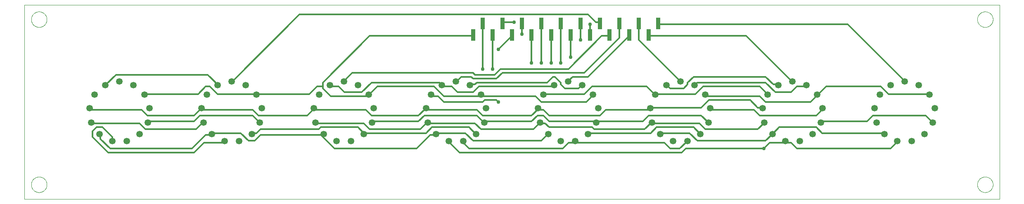
<source format=gbl>
G75*
%MOIN*%
%OFA0B0*%
%FSLAX25Y25*%
%IPPOS*%
%LPD*%
%AMOC8*
5,1,8,0,0,1.08239X$1,22.5*
%
%ADD10C,0.00000*%
%ADD11C,0.05307*%
%ADD12R,0.03346X0.09252*%
%ADD13C,0.01181*%
%ADD14C,0.02978*%
D10*
X0001000Y0001000D02*
X0001000Y0158480D01*
X0788402Y0158480D01*
X0788402Y0001000D01*
X0001000Y0001000D01*
X0006512Y0012811D02*
X0006514Y0012969D01*
X0006520Y0013127D01*
X0006530Y0013285D01*
X0006544Y0013443D01*
X0006562Y0013600D01*
X0006583Y0013757D01*
X0006609Y0013913D01*
X0006639Y0014069D01*
X0006672Y0014224D01*
X0006710Y0014377D01*
X0006751Y0014530D01*
X0006796Y0014682D01*
X0006845Y0014833D01*
X0006898Y0014982D01*
X0006954Y0015130D01*
X0007014Y0015276D01*
X0007078Y0015421D01*
X0007146Y0015564D01*
X0007217Y0015706D01*
X0007291Y0015846D01*
X0007369Y0015983D01*
X0007451Y0016119D01*
X0007535Y0016253D01*
X0007624Y0016384D01*
X0007715Y0016513D01*
X0007810Y0016640D01*
X0007907Y0016765D01*
X0008008Y0016887D01*
X0008112Y0017006D01*
X0008219Y0017123D01*
X0008329Y0017237D01*
X0008442Y0017348D01*
X0008557Y0017457D01*
X0008675Y0017562D01*
X0008796Y0017664D01*
X0008919Y0017764D01*
X0009045Y0017860D01*
X0009173Y0017953D01*
X0009303Y0018043D01*
X0009436Y0018129D01*
X0009571Y0018213D01*
X0009707Y0018292D01*
X0009846Y0018369D01*
X0009987Y0018441D01*
X0010129Y0018511D01*
X0010273Y0018576D01*
X0010419Y0018638D01*
X0010566Y0018696D01*
X0010715Y0018751D01*
X0010865Y0018802D01*
X0011016Y0018849D01*
X0011168Y0018892D01*
X0011321Y0018931D01*
X0011476Y0018967D01*
X0011631Y0018998D01*
X0011787Y0019026D01*
X0011943Y0019050D01*
X0012100Y0019070D01*
X0012258Y0019086D01*
X0012415Y0019098D01*
X0012574Y0019106D01*
X0012732Y0019110D01*
X0012890Y0019110D01*
X0013048Y0019106D01*
X0013207Y0019098D01*
X0013364Y0019086D01*
X0013522Y0019070D01*
X0013679Y0019050D01*
X0013835Y0019026D01*
X0013991Y0018998D01*
X0014146Y0018967D01*
X0014301Y0018931D01*
X0014454Y0018892D01*
X0014606Y0018849D01*
X0014757Y0018802D01*
X0014907Y0018751D01*
X0015056Y0018696D01*
X0015203Y0018638D01*
X0015349Y0018576D01*
X0015493Y0018511D01*
X0015635Y0018441D01*
X0015776Y0018369D01*
X0015915Y0018292D01*
X0016051Y0018213D01*
X0016186Y0018129D01*
X0016319Y0018043D01*
X0016449Y0017953D01*
X0016577Y0017860D01*
X0016703Y0017764D01*
X0016826Y0017664D01*
X0016947Y0017562D01*
X0017065Y0017457D01*
X0017180Y0017348D01*
X0017293Y0017237D01*
X0017403Y0017123D01*
X0017510Y0017006D01*
X0017614Y0016887D01*
X0017715Y0016765D01*
X0017812Y0016640D01*
X0017907Y0016513D01*
X0017998Y0016384D01*
X0018087Y0016253D01*
X0018171Y0016119D01*
X0018253Y0015983D01*
X0018331Y0015846D01*
X0018405Y0015706D01*
X0018476Y0015564D01*
X0018544Y0015421D01*
X0018608Y0015276D01*
X0018668Y0015130D01*
X0018724Y0014982D01*
X0018777Y0014833D01*
X0018826Y0014682D01*
X0018871Y0014530D01*
X0018912Y0014377D01*
X0018950Y0014224D01*
X0018983Y0014069D01*
X0019013Y0013913D01*
X0019039Y0013757D01*
X0019060Y0013600D01*
X0019078Y0013443D01*
X0019092Y0013285D01*
X0019102Y0013127D01*
X0019108Y0012969D01*
X0019110Y0012811D01*
X0019108Y0012653D01*
X0019102Y0012495D01*
X0019092Y0012337D01*
X0019078Y0012179D01*
X0019060Y0012022D01*
X0019039Y0011865D01*
X0019013Y0011709D01*
X0018983Y0011553D01*
X0018950Y0011398D01*
X0018912Y0011245D01*
X0018871Y0011092D01*
X0018826Y0010940D01*
X0018777Y0010789D01*
X0018724Y0010640D01*
X0018668Y0010492D01*
X0018608Y0010346D01*
X0018544Y0010201D01*
X0018476Y0010058D01*
X0018405Y0009916D01*
X0018331Y0009776D01*
X0018253Y0009639D01*
X0018171Y0009503D01*
X0018087Y0009369D01*
X0017998Y0009238D01*
X0017907Y0009109D01*
X0017812Y0008982D01*
X0017715Y0008857D01*
X0017614Y0008735D01*
X0017510Y0008616D01*
X0017403Y0008499D01*
X0017293Y0008385D01*
X0017180Y0008274D01*
X0017065Y0008165D01*
X0016947Y0008060D01*
X0016826Y0007958D01*
X0016703Y0007858D01*
X0016577Y0007762D01*
X0016449Y0007669D01*
X0016319Y0007579D01*
X0016186Y0007493D01*
X0016051Y0007409D01*
X0015915Y0007330D01*
X0015776Y0007253D01*
X0015635Y0007181D01*
X0015493Y0007111D01*
X0015349Y0007046D01*
X0015203Y0006984D01*
X0015056Y0006926D01*
X0014907Y0006871D01*
X0014757Y0006820D01*
X0014606Y0006773D01*
X0014454Y0006730D01*
X0014301Y0006691D01*
X0014146Y0006655D01*
X0013991Y0006624D01*
X0013835Y0006596D01*
X0013679Y0006572D01*
X0013522Y0006552D01*
X0013364Y0006536D01*
X0013207Y0006524D01*
X0013048Y0006516D01*
X0012890Y0006512D01*
X0012732Y0006512D01*
X0012574Y0006516D01*
X0012415Y0006524D01*
X0012258Y0006536D01*
X0012100Y0006552D01*
X0011943Y0006572D01*
X0011787Y0006596D01*
X0011631Y0006624D01*
X0011476Y0006655D01*
X0011321Y0006691D01*
X0011168Y0006730D01*
X0011016Y0006773D01*
X0010865Y0006820D01*
X0010715Y0006871D01*
X0010566Y0006926D01*
X0010419Y0006984D01*
X0010273Y0007046D01*
X0010129Y0007111D01*
X0009987Y0007181D01*
X0009846Y0007253D01*
X0009707Y0007330D01*
X0009571Y0007409D01*
X0009436Y0007493D01*
X0009303Y0007579D01*
X0009173Y0007669D01*
X0009045Y0007762D01*
X0008919Y0007858D01*
X0008796Y0007958D01*
X0008675Y0008060D01*
X0008557Y0008165D01*
X0008442Y0008274D01*
X0008329Y0008385D01*
X0008219Y0008499D01*
X0008112Y0008616D01*
X0008008Y0008735D01*
X0007907Y0008857D01*
X0007810Y0008982D01*
X0007715Y0009109D01*
X0007624Y0009238D01*
X0007535Y0009369D01*
X0007451Y0009503D01*
X0007369Y0009639D01*
X0007291Y0009776D01*
X0007217Y0009916D01*
X0007146Y0010058D01*
X0007078Y0010201D01*
X0007014Y0010346D01*
X0006954Y0010492D01*
X0006898Y0010640D01*
X0006845Y0010789D01*
X0006796Y0010940D01*
X0006751Y0011092D01*
X0006710Y0011245D01*
X0006672Y0011398D01*
X0006639Y0011553D01*
X0006609Y0011709D01*
X0006583Y0011865D01*
X0006562Y0012022D01*
X0006544Y0012179D01*
X0006530Y0012337D01*
X0006520Y0012495D01*
X0006514Y0012653D01*
X0006512Y0012811D01*
X0006512Y0146669D02*
X0006514Y0146827D01*
X0006520Y0146985D01*
X0006530Y0147143D01*
X0006544Y0147301D01*
X0006562Y0147458D01*
X0006583Y0147615D01*
X0006609Y0147771D01*
X0006639Y0147927D01*
X0006672Y0148082D01*
X0006710Y0148235D01*
X0006751Y0148388D01*
X0006796Y0148540D01*
X0006845Y0148691D01*
X0006898Y0148840D01*
X0006954Y0148988D01*
X0007014Y0149134D01*
X0007078Y0149279D01*
X0007146Y0149422D01*
X0007217Y0149564D01*
X0007291Y0149704D01*
X0007369Y0149841D01*
X0007451Y0149977D01*
X0007535Y0150111D01*
X0007624Y0150242D01*
X0007715Y0150371D01*
X0007810Y0150498D01*
X0007907Y0150623D01*
X0008008Y0150745D01*
X0008112Y0150864D01*
X0008219Y0150981D01*
X0008329Y0151095D01*
X0008442Y0151206D01*
X0008557Y0151315D01*
X0008675Y0151420D01*
X0008796Y0151522D01*
X0008919Y0151622D01*
X0009045Y0151718D01*
X0009173Y0151811D01*
X0009303Y0151901D01*
X0009436Y0151987D01*
X0009571Y0152071D01*
X0009707Y0152150D01*
X0009846Y0152227D01*
X0009987Y0152299D01*
X0010129Y0152369D01*
X0010273Y0152434D01*
X0010419Y0152496D01*
X0010566Y0152554D01*
X0010715Y0152609D01*
X0010865Y0152660D01*
X0011016Y0152707D01*
X0011168Y0152750D01*
X0011321Y0152789D01*
X0011476Y0152825D01*
X0011631Y0152856D01*
X0011787Y0152884D01*
X0011943Y0152908D01*
X0012100Y0152928D01*
X0012258Y0152944D01*
X0012415Y0152956D01*
X0012574Y0152964D01*
X0012732Y0152968D01*
X0012890Y0152968D01*
X0013048Y0152964D01*
X0013207Y0152956D01*
X0013364Y0152944D01*
X0013522Y0152928D01*
X0013679Y0152908D01*
X0013835Y0152884D01*
X0013991Y0152856D01*
X0014146Y0152825D01*
X0014301Y0152789D01*
X0014454Y0152750D01*
X0014606Y0152707D01*
X0014757Y0152660D01*
X0014907Y0152609D01*
X0015056Y0152554D01*
X0015203Y0152496D01*
X0015349Y0152434D01*
X0015493Y0152369D01*
X0015635Y0152299D01*
X0015776Y0152227D01*
X0015915Y0152150D01*
X0016051Y0152071D01*
X0016186Y0151987D01*
X0016319Y0151901D01*
X0016449Y0151811D01*
X0016577Y0151718D01*
X0016703Y0151622D01*
X0016826Y0151522D01*
X0016947Y0151420D01*
X0017065Y0151315D01*
X0017180Y0151206D01*
X0017293Y0151095D01*
X0017403Y0150981D01*
X0017510Y0150864D01*
X0017614Y0150745D01*
X0017715Y0150623D01*
X0017812Y0150498D01*
X0017907Y0150371D01*
X0017998Y0150242D01*
X0018087Y0150111D01*
X0018171Y0149977D01*
X0018253Y0149841D01*
X0018331Y0149704D01*
X0018405Y0149564D01*
X0018476Y0149422D01*
X0018544Y0149279D01*
X0018608Y0149134D01*
X0018668Y0148988D01*
X0018724Y0148840D01*
X0018777Y0148691D01*
X0018826Y0148540D01*
X0018871Y0148388D01*
X0018912Y0148235D01*
X0018950Y0148082D01*
X0018983Y0147927D01*
X0019013Y0147771D01*
X0019039Y0147615D01*
X0019060Y0147458D01*
X0019078Y0147301D01*
X0019092Y0147143D01*
X0019102Y0146985D01*
X0019108Y0146827D01*
X0019110Y0146669D01*
X0019108Y0146511D01*
X0019102Y0146353D01*
X0019092Y0146195D01*
X0019078Y0146037D01*
X0019060Y0145880D01*
X0019039Y0145723D01*
X0019013Y0145567D01*
X0018983Y0145411D01*
X0018950Y0145256D01*
X0018912Y0145103D01*
X0018871Y0144950D01*
X0018826Y0144798D01*
X0018777Y0144647D01*
X0018724Y0144498D01*
X0018668Y0144350D01*
X0018608Y0144204D01*
X0018544Y0144059D01*
X0018476Y0143916D01*
X0018405Y0143774D01*
X0018331Y0143634D01*
X0018253Y0143497D01*
X0018171Y0143361D01*
X0018087Y0143227D01*
X0017998Y0143096D01*
X0017907Y0142967D01*
X0017812Y0142840D01*
X0017715Y0142715D01*
X0017614Y0142593D01*
X0017510Y0142474D01*
X0017403Y0142357D01*
X0017293Y0142243D01*
X0017180Y0142132D01*
X0017065Y0142023D01*
X0016947Y0141918D01*
X0016826Y0141816D01*
X0016703Y0141716D01*
X0016577Y0141620D01*
X0016449Y0141527D01*
X0016319Y0141437D01*
X0016186Y0141351D01*
X0016051Y0141267D01*
X0015915Y0141188D01*
X0015776Y0141111D01*
X0015635Y0141039D01*
X0015493Y0140969D01*
X0015349Y0140904D01*
X0015203Y0140842D01*
X0015056Y0140784D01*
X0014907Y0140729D01*
X0014757Y0140678D01*
X0014606Y0140631D01*
X0014454Y0140588D01*
X0014301Y0140549D01*
X0014146Y0140513D01*
X0013991Y0140482D01*
X0013835Y0140454D01*
X0013679Y0140430D01*
X0013522Y0140410D01*
X0013364Y0140394D01*
X0013207Y0140382D01*
X0013048Y0140374D01*
X0012890Y0140370D01*
X0012732Y0140370D01*
X0012574Y0140374D01*
X0012415Y0140382D01*
X0012258Y0140394D01*
X0012100Y0140410D01*
X0011943Y0140430D01*
X0011787Y0140454D01*
X0011631Y0140482D01*
X0011476Y0140513D01*
X0011321Y0140549D01*
X0011168Y0140588D01*
X0011016Y0140631D01*
X0010865Y0140678D01*
X0010715Y0140729D01*
X0010566Y0140784D01*
X0010419Y0140842D01*
X0010273Y0140904D01*
X0010129Y0140969D01*
X0009987Y0141039D01*
X0009846Y0141111D01*
X0009707Y0141188D01*
X0009571Y0141267D01*
X0009436Y0141351D01*
X0009303Y0141437D01*
X0009173Y0141527D01*
X0009045Y0141620D01*
X0008919Y0141716D01*
X0008796Y0141816D01*
X0008675Y0141918D01*
X0008557Y0142023D01*
X0008442Y0142132D01*
X0008329Y0142243D01*
X0008219Y0142357D01*
X0008112Y0142474D01*
X0008008Y0142593D01*
X0007907Y0142715D01*
X0007810Y0142840D01*
X0007715Y0142967D01*
X0007624Y0143096D01*
X0007535Y0143227D01*
X0007451Y0143361D01*
X0007369Y0143497D01*
X0007291Y0143634D01*
X0007217Y0143774D01*
X0007146Y0143916D01*
X0007078Y0144059D01*
X0007014Y0144204D01*
X0006954Y0144350D01*
X0006898Y0144498D01*
X0006845Y0144647D01*
X0006796Y0144798D01*
X0006751Y0144950D01*
X0006710Y0145103D01*
X0006672Y0145256D01*
X0006639Y0145411D01*
X0006609Y0145567D01*
X0006583Y0145723D01*
X0006562Y0145880D01*
X0006544Y0146037D01*
X0006530Y0146195D01*
X0006520Y0146353D01*
X0006514Y0146511D01*
X0006512Y0146669D01*
X0770292Y0146669D02*
X0770294Y0146827D01*
X0770300Y0146985D01*
X0770310Y0147143D01*
X0770324Y0147301D01*
X0770342Y0147458D01*
X0770363Y0147615D01*
X0770389Y0147771D01*
X0770419Y0147927D01*
X0770452Y0148082D01*
X0770490Y0148235D01*
X0770531Y0148388D01*
X0770576Y0148540D01*
X0770625Y0148691D01*
X0770678Y0148840D01*
X0770734Y0148988D01*
X0770794Y0149134D01*
X0770858Y0149279D01*
X0770926Y0149422D01*
X0770997Y0149564D01*
X0771071Y0149704D01*
X0771149Y0149841D01*
X0771231Y0149977D01*
X0771315Y0150111D01*
X0771404Y0150242D01*
X0771495Y0150371D01*
X0771590Y0150498D01*
X0771687Y0150623D01*
X0771788Y0150745D01*
X0771892Y0150864D01*
X0771999Y0150981D01*
X0772109Y0151095D01*
X0772222Y0151206D01*
X0772337Y0151315D01*
X0772455Y0151420D01*
X0772576Y0151522D01*
X0772699Y0151622D01*
X0772825Y0151718D01*
X0772953Y0151811D01*
X0773083Y0151901D01*
X0773216Y0151987D01*
X0773351Y0152071D01*
X0773487Y0152150D01*
X0773626Y0152227D01*
X0773767Y0152299D01*
X0773909Y0152369D01*
X0774053Y0152434D01*
X0774199Y0152496D01*
X0774346Y0152554D01*
X0774495Y0152609D01*
X0774645Y0152660D01*
X0774796Y0152707D01*
X0774948Y0152750D01*
X0775101Y0152789D01*
X0775256Y0152825D01*
X0775411Y0152856D01*
X0775567Y0152884D01*
X0775723Y0152908D01*
X0775880Y0152928D01*
X0776038Y0152944D01*
X0776195Y0152956D01*
X0776354Y0152964D01*
X0776512Y0152968D01*
X0776670Y0152968D01*
X0776828Y0152964D01*
X0776987Y0152956D01*
X0777144Y0152944D01*
X0777302Y0152928D01*
X0777459Y0152908D01*
X0777615Y0152884D01*
X0777771Y0152856D01*
X0777926Y0152825D01*
X0778081Y0152789D01*
X0778234Y0152750D01*
X0778386Y0152707D01*
X0778537Y0152660D01*
X0778687Y0152609D01*
X0778836Y0152554D01*
X0778983Y0152496D01*
X0779129Y0152434D01*
X0779273Y0152369D01*
X0779415Y0152299D01*
X0779556Y0152227D01*
X0779695Y0152150D01*
X0779831Y0152071D01*
X0779966Y0151987D01*
X0780099Y0151901D01*
X0780229Y0151811D01*
X0780357Y0151718D01*
X0780483Y0151622D01*
X0780606Y0151522D01*
X0780727Y0151420D01*
X0780845Y0151315D01*
X0780960Y0151206D01*
X0781073Y0151095D01*
X0781183Y0150981D01*
X0781290Y0150864D01*
X0781394Y0150745D01*
X0781495Y0150623D01*
X0781592Y0150498D01*
X0781687Y0150371D01*
X0781778Y0150242D01*
X0781867Y0150111D01*
X0781951Y0149977D01*
X0782033Y0149841D01*
X0782111Y0149704D01*
X0782185Y0149564D01*
X0782256Y0149422D01*
X0782324Y0149279D01*
X0782388Y0149134D01*
X0782448Y0148988D01*
X0782504Y0148840D01*
X0782557Y0148691D01*
X0782606Y0148540D01*
X0782651Y0148388D01*
X0782692Y0148235D01*
X0782730Y0148082D01*
X0782763Y0147927D01*
X0782793Y0147771D01*
X0782819Y0147615D01*
X0782840Y0147458D01*
X0782858Y0147301D01*
X0782872Y0147143D01*
X0782882Y0146985D01*
X0782888Y0146827D01*
X0782890Y0146669D01*
X0782888Y0146511D01*
X0782882Y0146353D01*
X0782872Y0146195D01*
X0782858Y0146037D01*
X0782840Y0145880D01*
X0782819Y0145723D01*
X0782793Y0145567D01*
X0782763Y0145411D01*
X0782730Y0145256D01*
X0782692Y0145103D01*
X0782651Y0144950D01*
X0782606Y0144798D01*
X0782557Y0144647D01*
X0782504Y0144498D01*
X0782448Y0144350D01*
X0782388Y0144204D01*
X0782324Y0144059D01*
X0782256Y0143916D01*
X0782185Y0143774D01*
X0782111Y0143634D01*
X0782033Y0143497D01*
X0781951Y0143361D01*
X0781867Y0143227D01*
X0781778Y0143096D01*
X0781687Y0142967D01*
X0781592Y0142840D01*
X0781495Y0142715D01*
X0781394Y0142593D01*
X0781290Y0142474D01*
X0781183Y0142357D01*
X0781073Y0142243D01*
X0780960Y0142132D01*
X0780845Y0142023D01*
X0780727Y0141918D01*
X0780606Y0141816D01*
X0780483Y0141716D01*
X0780357Y0141620D01*
X0780229Y0141527D01*
X0780099Y0141437D01*
X0779966Y0141351D01*
X0779831Y0141267D01*
X0779695Y0141188D01*
X0779556Y0141111D01*
X0779415Y0141039D01*
X0779273Y0140969D01*
X0779129Y0140904D01*
X0778983Y0140842D01*
X0778836Y0140784D01*
X0778687Y0140729D01*
X0778537Y0140678D01*
X0778386Y0140631D01*
X0778234Y0140588D01*
X0778081Y0140549D01*
X0777926Y0140513D01*
X0777771Y0140482D01*
X0777615Y0140454D01*
X0777459Y0140430D01*
X0777302Y0140410D01*
X0777144Y0140394D01*
X0776987Y0140382D01*
X0776828Y0140374D01*
X0776670Y0140370D01*
X0776512Y0140370D01*
X0776354Y0140374D01*
X0776195Y0140382D01*
X0776038Y0140394D01*
X0775880Y0140410D01*
X0775723Y0140430D01*
X0775567Y0140454D01*
X0775411Y0140482D01*
X0775256Y0140513D01*
X0775101Y0140549D01*
X0774948Y0140588D01*
X0774796Y0140631D01*
X0774645Y0140678D01*
X0774495Y0140729D01*
X0774346Y0140784D01*
X0774199Y0140842D01*
X0774053Y0140904D01*
X0773909Y0140969D01*
X0773767Y0141039D01*
X0773626Y0141111D01*
X0773487Y0141188D01*
X0773351Y0141267D01*
X0773216Y0141351D01*
X0773083Y0141437D01*
X0772953Y0141527D01*
X0772825Y0141620D01*
X0772699Y0141716D01*
X0772576Y0141816D01*
X0772455Y0141918D01*
X0772337Y0142023D01*
X0772222Y0142132D01*
X0772109Y0142243D01*
X0771999Y0142357D01*
X0771892Y0142474D01*
X0771788Y0142593D01*
X0771687Y0142715D01*
X0771590Y0142840D01*
X0771495Y0142967D01*
X0771404Y0143096D01*
X0771315Y0143227D01*
X0771231Y0143361D01*
X0771149Y0143497D01*
X0771071Y0143634D01*
X0770997Y0143774D01*
X0770926Y0143916D01*
X0770858Y0144059D01*
X0770794Y0144204D01*
X0770734Y0144350D01*
X0770678Y0144498D01*
X0770625Y0144647D01*
X0770576Y0144798D01*
X0770531Y0144950D01*
X0770490Y0145103D01*
X0770452Y0145256D01*
X0770419Y0145411D01*
X0770389Y0145567D01*
X0770363Y0145723D01*
X0770342Y0145880D01*
X0770324Y0146037D01*
X0770310Y0146195D01*
X0770300Y0146353D01*
X0770294Y0146511D01*
X0770292Y0146669D01*
X0770292Y0012811D02*
X0770294Y0012969D01*
X0770300Y0013127D01*
X0770310Y0013285D01*
X0770324Y0013443D01*
X0770342Y0013600D01*
X0770363Y0013757D01*
X0770389Y0013913D01*
X0770419Y0014069D01*
X0770452Y0014224D01*
X0770490Y0014377D01*
X0770531Y0014530D01*
X0770576Y0014682D01*
X0770625Y0014833D01*
X0770678Y0014982D01*
X0770734Y0015130D01*
X0770794Y0015276D01*
X0770858Y0015421D01*
X0770926Y0015564D01*
X0770997Y0015706D01*
X0771071Y0015846D01*
X0771149Y0015983D01*
X0771231Y0016119D01*
X0771315Y0016253D01*
X0771404Y0016384D01*
X0771495Y0016513D01*
X0771590Y0016640D01*
X0771687Y0016765D01*
X0771788Y0016887D01*
X0771892Y0017006D01*
X0771999Y0017123D01*
X0772109Y0017237D01*
X0772222Y0017348D01*
X0772337Y0017457D01*
X0772455Y0017562D01*
X0772576Y0017664D01*
X0772699Y0017764D01*
X0772825Y0017860D01*
X0772953Y0017953D01*
X0773083Y0018043D01*
X0773216Y0018129D01*
X0773351Y0018213D01*
X0773487Y0018292D01*
X0773626Y0018369D01*
X0773767Y0018441D01*
X0773909Y0018511D01*
X0774053Y0018576D01*
X0774199Y0018638D01*
X0774346Y0018696D01*
X0774495Y0018751D01*
X0774645Y0018802D01*
X0774796Y0018849D01*
X0774948Y0018892D01*
X0775101Y0018931D01*
X0775256Y0018967D01*
X0775411Y0018998D01*
X0775567Y0019026D01*
X0775723Y0019050D01*
X0775880Y0019070D01*
X0776038Y0019086D01*
X0776195Y0019098D01*
X0776354Y0019106D01*
X0776512Y0019110D01*
X0776670Y0019110D01*
X0776828Y0019106D01*
X0776987Y0019098D01*
X0777144Y0019086D01*
X0777302Y0019070D01*
X0777459Y0019050D01*
X0777615Y0019026D01*
X0777771Y0018998D01*
X0777926Y0018967D01*
X0778081Y0018931D01*
X0778234Y0018892D01*
X0778386Y0018849D01*
X0778537Y0018802D01*
X0778687Y0018751D01*
X0778836Y0018696D01*
X0778983Y0018638D01*
X0779129Y0018576D01*
X0779273Y0018511D01*
X0779415Y0018441D01*
X0779556Y0018369D01*
X0779695Y0018292D01*
X0779831Y0018213D01*
X0779966Y0018129D01*
X0780099Y0018043D01*
X0780229Y0017953D01*
X0780357Y0017860D01*
X0780483Y0017764D01*
X0780606Y0017664D01*
X0780727Y0017562D01*
X0780845Y0017457D01*
X0780960Y0017348D01*
X0781073Y0017237D01*
X0781183Y0017123D01*
X0781290Y0017006D01*
X0781394Y0016887D01*
X0781495Y0016765D01*
X0781592Y0016640D01*
X0781687Y0016513D01*
X0781778Y0016384D01*
X0781867Y0016253D01*
X0781951Y0016119D01*
X0782033Y0015983D01*
X0782111Y0015846D01*
X0782185Y0015706D01*
X0782256Y0015564D01*
X0782324Y0015421D01*
X0782388Y0015276D01*
X0782448Y0015130D01*
X0782504Y0014982D01*
X0782557Y0014833D01*
X0782606Y0014682D01*
X0782651Y0014530D01*
X0782692Y0014377D01*
X0782730Y0014224D01*
X0782763Y0014069D01*
X0782793Y0013913D01*
X0782819Y0013757D01*
X0782840Y0013600D01*
X0782858Y0013443D01*
X0782872Y0013285D01*
X0782882Y0013127D01*
X0782888Y0012969D01*
X0782890Y0012811D01*
X0782888Y0012653D01*
X0782882Y0012495D01*
X0782872Y0012337D01*
X0782858Y0012179D01*
X0782840Y0012022D01*
X0782819Y0011865D01*
X0782793Y0011709D01*
X0782763Y0011553D01*
X0782730Y0011398D01*
X0782692Y0011245D01*
X0782651Y0011092D01*
X0782606Y0010940D01*
X0782557Y0010789D01*
X0782504Y0010640D01*
X0782448Y0010492D01*
X0782388Y0010346D01*
X0782324Y0010201D01*
X0782256Y0010058D01*
X0782185Y0009916D01*
X0782111Y0009776D01*
X0782033Y0009639D01*
X0781951Y0009503D01*
X0781867Y0009369D01*
X0781778Y0009238D01*
X0781687Y0009109D01*
X0781592Y0008982D01*
X0781495Y0008857D01*
X0781394Y0008735D01*
X0781290Y0008616D01*
X0781183Y0008499D01*
X0781073Y0008385D01*
X0780960Y0008274D01*
X0780845Y0008165D01*
X0780727Y0008060D01*
X0780606Y0007958D01*
X0780483Y0007858D01*
X0780357Y0007762D01*
X0780229Y0007669D01*
X0780099Y0007579D01*
X0779966Y0007493D01*
X0779831Y0007409D01*
X0779695Y0007330D01*
X0779556Y0007253D01*
X0779415Y0007181D01*
X0779273Y0007111D01*
X0779129Y0007046D01*
X0778983Y0006984D01*
X0778836Y0006926D01*
X0778687Y0006871D01*
X0778537Y0006820D01*
X0778386Y0006773D01*
X0778234Y0006730D01*
X0778081Y0006691D01*
X0777926Y0006655D01*
X0777771Y0006624D01*
X0777615Y0006596D01*
X0777459Y0006572D01*
X0777302Y0006552D01*
X0777144Y0006536D01*
X0776987Y0006524D01*
X0776828Y0006516D01*
X0776670Y0006512D01*
X0776512Y0006512D01*
X0776354Y0006516D01*
X0776195Y0006524D01*
X0776038Y0006536D01*
X0775880Y0006552D01*
X0775723Y0006572D01*
X0775567Y0006596D01*
X0775411Y0006624D01*
X0775256Y0006655D01*
X0775101Y0006691D01*
X0774948Y0006730D01*
X0774796Y0006773D01*
X0774645Y0006820D01*
X0774495Y0006871D01*
X0774346Y0006926D01*
X0774199Y0006984D01*
X0774053Y0007046D01*
X0773909Y0007111D01*
X0773767Y0007181D01*
X0773626Y0007253D01*
X0773487Y0007330D01*
X0773351Y0007409D01*
X0773216Y0007493D01*
X0773083Y0007579D01*
X0772953Y0007669D01*
X0772825Y0007762D01*
X0772699Y0007858D01*
X0772576Y0007958D01*
X0772455Y0008060D01*
X0772337Y0008165D01*
X0772222Y0008274D01*
X0772109Y0008385D01*
X0771999Y0008499D01*
X0771892Y0008616D01*
X0771788Y0008735D01*
X0771687Y0008857D01*
X0771590Y0008982D01*
X0771495Y0009109D01*
X0771404Y0009238D01*
X0771315Y0009369D01*
X0771231Y0009503D01*
X0771149Y0009639D01*
X0771071Y0009776D01*
X0770997Y0009916D01*
X0770926Y0010058D01*
X0770858Y0010201D01*
X0770794Y0010346D01*
X0770734Y0010492D01*
X0770678Y0010640D01*
X0770625Y0010789D01*
X0770576Y0010940D01*
X0770531Y0011092D01*
X0770490Y0011245D01*
X0770452Y0011398D01*
X0770419Y0011553D01*
X0770389Y0011709D01*
X0770363Y0011865D01*
X0770342Y0012022D01*
X0770324Y0012179D01*
X0770310Y0012337D01*
X0770300Y0012495D01*
X0770294Y0012653D01*
X0770292Y0012811D01*
D11*
X0717462Y0048204D03*
X0705798Y0048204D03*
X0695470Y0053625D03*
X0727790Y0053625D03*
X0734416Y0063224D03*
X0688844Y0063224D03*
X0643865Y0063224D03*
X0637239Y0053625D03*
X0626911Y0048204D03*
X0615247Y0048204D03*
X0604919Y0053625D03*
X0598293Y0063224D03*
X0553314Y0063224D03*
X0546688Y0053625D03*
X0536359Y0048204D03*
X0524696Y0048204D03*
X0514367Y0053625D03*
X0507741Y0063224D03*
X0462763Y0063224D03*
X0456137Y0053625D03*
X0445808Y0048204D03*
X0434144Y0048204D03*
X0423816Y0053625D03*
X0417190Y0063224D03*
X0372211Y0063224D03*
X0365585Y0053625D03*
X0355257Y0048204D03*
X0343593Y0048204D03*
X0333265Y0053625D03*
X0326639Y0063224D03*
X0281660Y0063224D03*
X0275034Y0053625D03*
X0264706Y0048204D03*
X0253042Y0048204D03*
X0242714Y0053625D03*
X0236088Y0063224D03*
X0191109Y0063224D03*
X0184483Y0053625D03*
X0174155Y0048204D03*
X0162491Y0048204D03*
X0152163Y0053625D03*
X0145537Y0063224D03*
X0100558Y0063224D03*
X0093932Y0053625D03*
X0083604Y0048204D03*
X0071940Y0048204D03*
X0061611Y0053625D03*
X0054985Y0063224D03*
X0053580Y0074804D03*
X0101964Y0074804D03*
X0144131Y0074804D03*
X0192515Y0074804D03*
X0234682Y0074804D03*
X0283066Y0074804D03*
X0325233Y0074804D03*
X0373617Y0074804D03*
X0415784Y0074804D03*
X0464169Y0074804D03*
X0506335Y0074804D03*
X0554720Y0074804D03*
X0596887Y0074804D03*
X0645271Y0074804D03*
X0687438Y0074804D03*
X0735822Y0074804D03*
X0731686Y0085710D03*
X0722955Y0093444D03*
X0711630Y0096236D03*
X0700305Y0093444D03*
X0691574Y0085710D03*
X0641135Y0085710D03*
X0632404Y0093444D03*
X0621079Y0096236D03*
X0609754Y0093444D03*
X0601023Y0085710D03*
X0550583Y0085710D03*
X0541853Y0093444D03*
X0530528Y0096236D03*
X0519202Y0093444D03*
X0510472Y0085710D03*
X0460032Y0085710D03*
X0451302Y0093444D03*
X0439976Y0096236D03*
X0428651Y0093444D03*
X0419920Y0085710D03*
X0369481Y0085710D03*
X0360750Y0093444D03*
X0349425Y0096236D03*
X0338100Y0093444D03*
X0329369Y0085710D03*
X0278930Y0085710D03*
X0270199Y0093444D03*
X0258874Y0096236D03*
X0247549Y0093444D03*
X0238818Y0085710D03*
X0188379Y0085710D03*
X0179648Y0093444D03*
X0168323Y0096236D03*
X0156998Y0093444D03*
X0148267Y0085710D03*
X0097828Y0085710D03*
X0089097Y0093444D03*
X0077772Y0096236D03*
X0066446Y0093444D03*
X0057716Y0085710D03*
D12*
X0363205Y0134169D03*
X0378953Y0134169D03*
X0394701Y0134169D03*
X0410449Y0134169D03*
X0426197Y0134169D03*
X0441945Y0134169D03*
X0457693Y0134169D03*
X0473441Y0134169D03*
X0489189Y0134169D03*
X0504937Y0134169D03*
X0497063Y0143421D03*
X0512811Y0143421D03*
X0481315Y0143421D03*
X0465567Y0143421D03*
X0449819Y0143421D03*
X0434071Y0143421D03*
X0418323Y0143421D03*
X0402575Y0143421D03*
X0386827Y0143421D03*
X0371079Y0143421D03*
D13*
X0371079Y0142732D01*
X0371079Y0106512D01*
X0378953Y0106512D02*
X0378953Y0133283D01*
X0378953Y0134169D01*
X0383677Y0122260D02*
X0394701Y0133283D01*
X0394701Y0134169D01*
X0402575Y0134858D02*
X0402575Y0142732D01*
X0402575Y0143421D01*
X0396276Y0144307D02*
X0386827Y0144307D01*
X0386827Y0143421D01*
X0418323Y0143421D02*
X0418323Y0142732D01*
X0418323Y0111236D01*
X0426197Y0111236D02*
X0426197Y0133283D01*
X0426197Y0134169D01*
X0441945Y0134169D02*
X0441945Y0133283D01*
X0441945Y0115961D01*
X0434071Y0111236D02*
X0434071Y0142732D01*
X0434071Y0143421D01*
X0449819Y0143421D02*
X0449819Y0142732D01*
X0449819Y0130134D01*
X0457693Y0134169D02*
X0457693Y0134858D01*
X0457693Y0142732D01*
X0462417Y0144307D02*
X0456118Y0150606D01*
X0223047Y0150606D01*
X0169504Y0097063D01*
X0168323Y0096236D01*
X0156906Y0093913D02*
X0156998Y0093444D01*
X0156906Y0093913D02*
X0149031Y0101787D01*
X0075016Y0101787D01*
X0067142Y0093913D01*
X0066446Y0093444D01*
X0097828Y0085710D02*
X0098638Y0086039D01*
X0141157Y0086039D01*
X0147457Y0092339D01*
X0150606Y0092339D01*
X0156906Y0086039D01*
X0186827Y0086039D01*
X0188379Y0085710D01*
X0188402Y0086039D01*
X0230921Y0086039D01*
X0237220Y0092339D01*
X0241945Y0092339D01*
X0241945Y0095488D01*
X0279740Y0133283D01*
X0363205Y0133283D01*
X0363205Y0134169D01*
X0410449Y0134169D02*
X0410449Y0133283D01*
X0410449Y0111236D01*
X0385252Y0106512D02*
X0380528Y0101787D01*
X0364780Y0101787D01*
X0363205Y0103362D01*
X0265567Y0103362D01*
X0259268Y0097063D01*
X0258874Y0096236D01*
X0248244Y0092339D02*
X0247549Y0093444D01*
X0248244Y0092339D02*
X0254543Y0092339D01*
X0259268Y0087614D01*
X0273441Y0087614D01*
X0281315Y0095488D01*
X0336433Y0095488D01*
X0338008Y0093913D01*
X0338100Y0093444D01*
X0339583Y0092339D01*
X0345882Y0092339D01*
X0350606Y0087614D01*
X0363205Y0087614D01*
X0367929Y0092339D01*
X0427772Y0092339D01*
X0428651Y0093444D01*
X0434071Y0093913D02*
X0437220Y0090764D01*
X0448244Y0090764D01*
X0449819Y0092339D01*
X0451302Y0093444D01*
X0452969Y0086039D02*
X0459268Y0092339D01*
X0503362Y0092339D01*
X0509661Y0086039D01*
X0510472Y0085710D01*
X0511236Y0086039D01*
X0542732Y0086039D01*
X0549031Y0092339D01*
X0594701Y0092339D01*
X0601000Y0086039D01*
X0601023Y0085710D01*
X0599425Y0079740D02*
X0594701Y0084465D01*
X0550606Y0084465D01*
X0550583Y0085710D01*
X0553756Y0081315D02*
X0547457Y0075016D01*
X0506512Y0075016D01*
X0506335Y0074804D01*
X0504937Y0073441D01*
X0470291Y0073441D01*
X0465567Y0068717D01*
X0424622Y0068717D01*
X0419898Y0073441D01*
X0416748Y0073441D01*
X0415784Y0074804D01*
X0415173Y0073441D01*
X0410449Y0068717D01*
X0371079Y0068717D01*
X0366354Y0073441D01*
X0325409Y0073441D01*
X0325233Y0074804D01*
X0323835Y0073441D01*
X0319110Y0068717D01*
X0281315Y0068717D01*
X0276591Y0073441D01*
X0235646Y0073441D01*
X0234682Y0074804D01*
X0234071Y0073441D01*
X0229346Y0068717D01*
X0189976Y0068717D01*
X0185252Y0073441D01*
X0144307Y0073441D01*
X0144131Y0074804D01*
X0142732Y0073441D01*
X0138008Y0068717D01*
X0100213Y0068717D01*
X0095488Y0073441D01*
X0054543Y0073441D01*
X0053580Y0074804D01*
X0100558Y0063224D02*
X0101787Y0063992D01*
X0138008Y0063992D01*
X0142732Y0068717D01*
X0185252Y0068717D01*
X0189976Y0063992D01*
X0191109Y0063224D01*
X0191551Y0057693D02*
X0238795Y0057693D01*
X0240370Y0059268D01*
X0270291Y0059268D01*
X0275016Y0054543D01*
X0275034Y0053625D01*
X0276591Y0054543D01*
X0325409Y0054543D01*
X0330134Y0059268D01*
X0360055Y0059268D01*
X0364780Y0054543D01*
X0365585Y0053625D01*
X0363205Y0048244D02*
X0356906Y0054543D01*
X0333283Y0054543D01*
X0333265Y0053625D01*
X0331709Y0052969D01*
X0328559Y0052969D01*
X0317535Y0041945D01*
X0251394Y0041945D01*
X0240370Y0052969D01*
X0242714Y0053625D01*
X0241945Y0052969D01*
X0240370Y0052969D01*
X0191551Y0052969D01*
X0186827Y0048244D01*
X0182102Y0048244D01*
X0175803Y0054543D01*
X0152181Y0054543D01*
X0152163Y0053625D01*
X0150606Y0052969D01*
X0147457Y0052969D01*
X0136433Y0041945D01*
X0070291Y0041945D01*
X0062417Y0049819D01*
X0062417Y0052969D01*
X0061611Y0053625D01*
X0056118Y0051394D02*
X0056118Y0056118D01*
X0059268Y0059268D01*
X0063992Y0059268D01*
X0071866Y0051394D01*
X0071866Y0048244D01*
X0071940Y0048204D01*
X0068717Y0038795D02*
X0056118Y0051394D01*
X0093913Y0062417D02*
X0098638Y0057693D01*
X0139583Y0057693D01*
X0144307Y0062417D01*
X0145537Y0063224D01*
X0184483Y0053625D02*
X0185252Y0054543D01*
X0188402Y0054543D01*
X0191551Y0057693D01*
X0236088Y0063224D02*
X0237220Y0062417D01*
X0275016Y0062417D01*
X0279740Y0057693D01*
X0320685Y0057693D01*
X0325409Y0062417D01*
X0326639Y0063224D01*
X0326984Y0062417D01*
X0364780Y0062417D01*
X0369504Y0057693D01*
X0412024Y0057693D01*
X0416748Y0062417D01*
X0417190Y0063224D01*
X0418323Y0062417D01*
X0421472Y0062417D01*
X0424622Y0059268D01*
X0459268Y0059268D01*
X0460843Y0057693D01*
X0501787Y0057693D01*
X0506512Y0062417D01*
X0507741Y0063224D01*
X0508087Y0062417D01*
X0545882Y0062417D01*
X0550606Y0057693D01*
X0593126Y0057693D01*
X0597850Y0062417D01*
X0598293Y0063224D01*
X0605724Y0054543D02*
X0610449Y0059268D01*
X0640370Y0059268D01*
X0645094Y0054543D01*
X0693913Y0054543D01*
X0695470Y0053625D01*
X0705798Y0048204D02*
X0704937Y0046669D01*
X0700213Y0041945D01*
X0624622Y0041945D01*
X0619898Y0046669D01*
X0616748Y0046669D01*
X0615247Y0048204D01*
X0615173Y0046669D01*
X0602575Y0046669D01*
X0597850Y0041945D01*
X0534858Y0041945D01*
X0531709Y0038795D01*
X0352181Y0038795D01*
X0344307Y0046669D01*
X0343593Y0048204D01*
X0355257Y0048204D02*
X0355331Y0046669D01*
X0360055Y0041945D01*
X0435646Y0041945D01*
X0440370Y0046669D01*
X0445094Y0046669D01*
X0445808Y0048204D01*
X0446669Y0046669D01*
X0517535Y0046669D01*
X0522260Y0041945D01*
X0530134Y0041945D01*
X0534858Y0046669D01*
X0536359Y0048204D01*
X0538008Y0054543D02*
X0544307Y0048244D01*
X0599425Y0048244D01*
X0604150Y0052969D01*
X0604919Y0053625D01*
X0605724Y0054543D01*
X0643865Y0063224D02*
X0645094Y0063992D01*
X0681315Y0063992D01*
X0686039Y0068717D01*
X0728559Y0068717D01*
X0733283Y0063992D01*
X0734416Y0063224D01*
X0645271Y0074804D02*
X0645094Y0073441D01*
X0640370Y0068717D01*
X0594701Y0068717D01*
X0589976Y0073441D01*
X0555331Y0073441D01*
X0554720Y0074804D01*
X0547457Y0068717D02*
X0552181Y0063992D01*
X0553314Y0063224D01*
X0545882Y0054543D02*
X0541157Y0059268D01*
X0511236Y0059268D01*
X0506512Y0054543D01*
X0457693Y0054543D01*
X0456137Y0053625D01*
X0423816Y0053625D02*
X0423047Y0052969D01*
X0418323Y0048244D01*
X0363205Y0048244D01*
X0372211Y0063224D02*
X0372654Y0063992D01*
X0410449Y0063992D01*
X0415173Y0068717D01*
X0419898Y0068717D01*
X0424622Y0063992D01*
X0462417Y0063992D01*
X0462763Y0063224D01*
X0463992Y0063992D01*
X0500213Y0063992D01*
X0504937Y0068717D01*
X0547457Y0068717D01*
X0586827Y0081315D02*
X0593126Y0075016D01*
X0596276Y0075016D01*
X0596887Y0074804D01*
X0599425Y0079740D02*
X0635646Y0079740D01*
X0640370Y0084465D01*
X0641135Y0085710D01*
X0641945Y0086039D01*
X0648244Y0092339D01*
X0692339Y0092339D01*
X0698638Y0086039D01*
X0730134Y0086039D01*
X0731686Y0085710D01*
X0711630Y0096236D02*
X0711236Y0097063D01*
X0665567Y0142732D01*
X0512811Y0142732D01*
X0512811Y0143421D01*
X0497063Y0143421D02*
X0497063Y0142732D01*
X0497063Y0130134D01*
X0530134Y0097063D01*
X0530528Y0096236D01*
X0536433Y0095488D02*
X0536433Y0093913D01*
X0533283Y0090764D01*
X0522260Y0090764D01*
X0520685Y0092339D01*
X0519202Y0093444D01*
X0536433Y0095488D02*
X0541157Y0100213D01*
X0599425Y0100213D01*
X0605724Y0093913D01*
X0608874Y0093913D01*
X0609754Y0093444D01*
X0607299Y0087614D02*
X0599425Y0095488D01*
X0544307Y0095488D01*
X0542732Y0093913D01*
X0541853Y0093444D01*
X0553756Y0081315D02*
X0586827Y0081315D01*
X0607299Y0087614D02*
X0619898Y0087614D01*
X0624622Y0092339D01*
X0630921Y0092339D01*
X0632404Y0093444D01*
X0621079Y0096236D02*
X0619898Y0097063D01*
X0583677Y0133283D01*
X0504937Y0133283D01*
X0504937Y0134169D01*
X0489189Y0134169D02*
X0489189Y0133283D01*
X0456118Y0100213D01*
X0443520Y0100213D01*
X0440370Y0097063D01*
X0439976Y0096236D01*
X0434071Y0095488D02*
X0434071Y0093913D01*
X0434071Y0095488D02*
X0429346Y0100213D01*
X0427772Y0100213D01*
X0423047Y0095488D01*
X0366354Y0095488D01*
X0364780Y0093913D01*
X0361630Y0093913D01*
X0360750Y0093444D01*
X0353756Y0100213D02*
X0350606Y0097063D01*
X0349425Y0096236D01*
X0353756Y0100213D02*
X0361630Y0100213D01*
X0363205Y0098638D01*
X0382102Y0098638D01*
X0386827Y0103362D01*
X0452969Y0103362D01*
X0481315Y0131709D01*
X0481315Y0142732D01*
X0481315Y0143421D01*
X0465567Y0143421D02*
X0465567Y0144307D01*
X0462417Y0144307D01*
X0473441Y0134169D02*
X0473441Y0133283D01*
X0467142Y0133283D01*
X0440370Y0106512D01*
X0385252Y0106512D01*
X0339583Y0084465D02*
X0331709Y0092339D01*
X0286039Y0092339D01*
X0279740Y0086039D01*
X0278930Y0085710D01*
X0278165Y0084465D01*
X0248244Y0084465D01*
X0241945Y0090764D01*
X0241945Y0092339D01*
X0329369Y0085710D02*
X0330134Y0084465D01*
X0334858Y0084465D01*
X0339583Y0079740D01*
X0371079Y0079740D01*
X0372654Y0081315D01*
X0382102Y0081315D01*
X0383677Y0079740D01*
X0369504Y0084465D02*
X0369481Y0085710D01*
X0367929Y0084465D01*
X0339583Y0084465D01*
X0369504Y0084465D02*
X0413598Y0084465D01*
X0418323Y0079740D01*
X0454543Y0079740D01*
X0459268Y0084465D01*
X0460032Y0085710D01*
X0452969Y0086039D02*
X0421472Y0086039D01*
X0419920Y0085710D01*
X0371079Y0063992D02*
X0366354Y0068717D01*
X0323835Y0068717D01*
X0319110Y0063992D01*
X0282890Y0063992D01*
X0281660Y0063224D01*
X0371079Y0063992D02*
X0372211Y0063224D01*
X0514386Y0054543D02*
X0514367Y0053625D01*
X0514386Y0054543D02*
X0538008Y0054543D01*
X0545882Y0054543D02*
X0546688Y0053625D01*
X0162491Y0048204D02*
X0161630Y0046669D01*
X0145882Y0046669D01*
X0138008Y0038795D01*
X0068717Y0038795D01*
X0056118Y0062417D02*
X0054985Y0063224D01*
X0056118Y0062417D02*
X0093913Y0062417D01*
D14*
X0371079Y0106512D03*
X0378953Y0106512D03*
X0410449Y0111236D03*
X0418323Y0111236D03*
X0426197Y0111236D03*
X0434071Y0111236D03*
X0441945Y0115961D03*
X0383677Y0122260D03*
X0402575Y0134858D03*
X0396276Y0144307D03*
X0457693Y0142732D03*
X0449819Y0130134D03*
X0383677Y0079740D03*
X0597850Y0041945D03*
M02*

</source>
